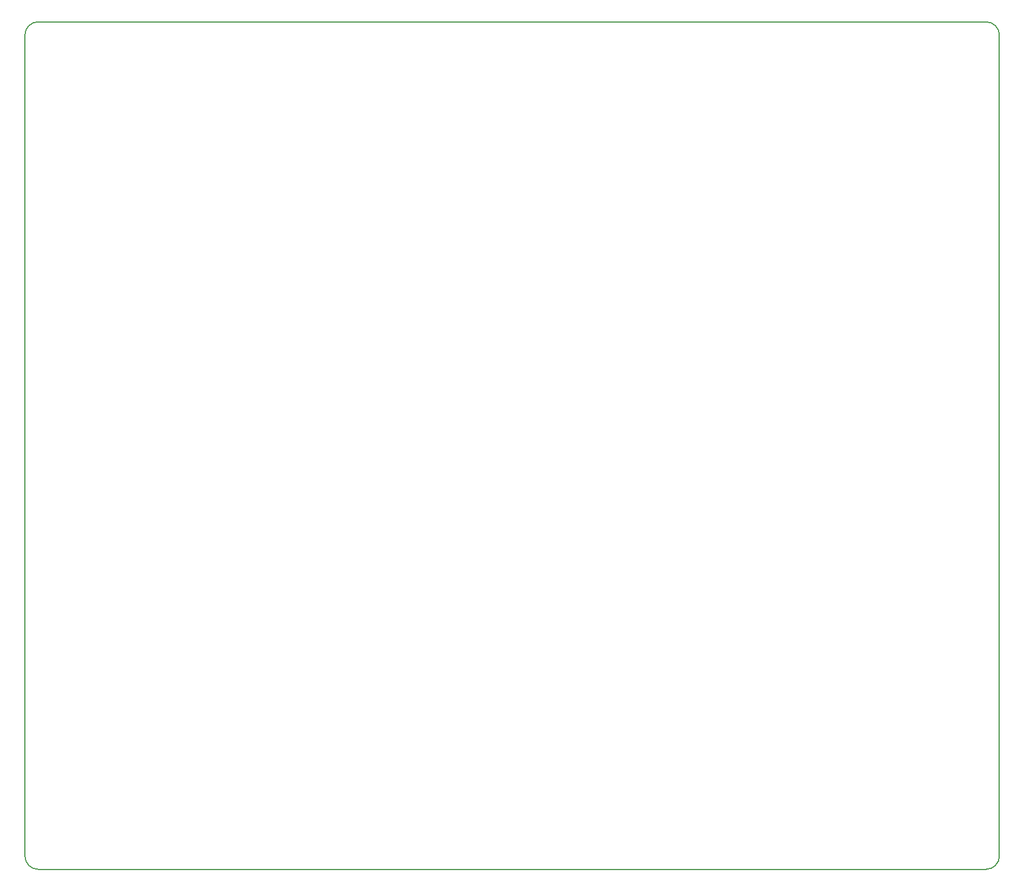
<source format=gbr>
G04 (created by PCBNEW (2013-03-19 BZR 4004)-stable) date 2015/1/22 14:09:10*
%MOIN*%
G04 Gerber Fmt 3.4, Leading zero omitted, Abs format*
%FSLAX34Y34*%
G01*
G70*
G90*
G04 APERTURE LIST*
%ADD10C,0*%
%ADD11C,0.00590551*%
G04 APERTURE END LIST*
G54D10*
G54D11*
X81889Y-28346D02*
X27165Y-28346D01*
X82677Y-77559D02*
X82677Y-29133D01*
X81889Y-78346D02*
X68897Y-78346D01*
X81889Y-78346D02*
G75*
G03X82677Y-77559I0J787D01*
G74*
G01*
X25196Y-77559D02*
G75*
G03X25984Y-78346I787J0D01*
G74*
G01*
X25984Y-28346D02*
G75*
G03X25196Y-29133I0J-787D01*
G74*
G01*
X25984Y-28346D02*
X27165Y-28346D01*
X25196Y-77559D02*
X25196Y-29133D01*
X27165Y-78346D02*
X25984Y-78346D01*
X82677Y-29133D02*
G75*
G03X81889Y-28346I-787J0D01*
G74*
G01*
X74675Y-28350D02*
X74700Y-28350D01*
X36220Y-78346D02*
X27165Y-78346D01*
X39370Y-78346D02*
X36220Y-78346D01*
X68897Y-78346D02*
X39370Y-78346D01*
M02*

</source>
